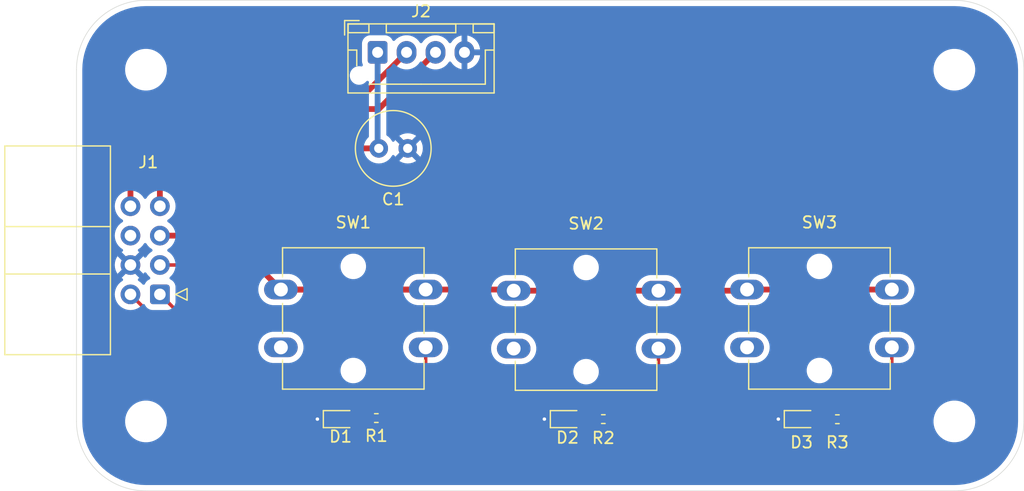
<source format=kicad_pcb>
(kicad_pcb (version 20240108) (generator "pcbnew") (generator_version "8.0")
  (layers (0 "F.Cu" signal) (31 "B.Cu" power) (34 "B.Paste" user) (35 "F.Paste" user) (36 "B.SilkS" user "B.Silkscreen") (37 "F.SilkS" user "F.Silkscreen") (38 "B.Mask" user) (39 "F.Mask" user) (44 "Edge.Cuts" user))
  (net 0 "")
  (net 1 "+5V")
  (net 2 "GND")
  (net 3 "Net-(D1-A)")
  (net 4 "Net-(D2-A)")
  (net 5 "Net-(D3-A)")
  (net 6 "PB_1")
  (net 7 "PB_3")
  (net 9 "PB_2")
  (net 10 "I2C_SCL")
  (net 11 "I2C_SDA")
  (footprint "MountingHole:MountingHole_3.2mm_M3" (layer "F.Cu") (at 189.4 95.8)
    (property "Reference" "H3" (hide yes))
    (property "Value" "MountingHole")
    (pad "" np_thru_hole circle (at 0 0) (size 3.2 3.2) (drill 3.2) (layers "*.Cu" "*.Mask"))
  )
  (footprint "MountingHole:MountingHole_3.2mm_M3" (layer "F.Cu") (at 119.6 65.4)
    (property "Reference" "H1" (hide yes))
    (property "Value" "MountingHole")
    (pad "" np_thru_hole circle (at 0 0) (size 3.2 3.2) (drill 3.2) (layers "*.Cu" "*.Mask"))
  )
  (footprint "Capacitor_THT:C_Radial_D6.3mm_H11.0mm_P2.50mm" (layer "F.Cu") (at 142.2 72.2 180)
    (property "Reference" "C1" (at 1.25 -4.4 0) (layer "F.SilkS"))
    (property "Value" "100u")
    (fp_circle (center 1.25 0) (end 4.52 0) (stroke (width 0.12)) (fill none) (layer "F.SilkS"))
    (pad "1" thru_hole circle (at 0 0 180) (size 1.6 1.6) (drill 0.8) (layers "*.Cu" "*.Mask") (net 2 "GND"))
    (pad "2" thru_hole circle (at 2.5 0 180) (size 1.6 1.6) (drill 0.8) (layers "*.Cu" "*.Mask") (net 1 "+5V"))
  )
  (footprint "Button_Switch_THT:SW_SPST_Omron_B3F-40xx" (layer "F.Cu") (at 171.5 84.4)
    (property "Reference" "SW3" (at 6.25 -5.8 0) (layer "F.SilkS"))
    (property "Value" "PB_3")
    (fp_line (start 0.14 -3.61) (end 0.14 -1.1) (stroke (width 0.12)) (layer "F.SilkS"))
    (fp_line (start 0.14 -3.61) (end 12.36 -3.61) (stroke (width 0.12)) (layer "F.SilkS"))
    (fp_line (start 0.14 1.2) (end 0.14 3.8) (stroke (width 0.12)) (layer "F.SilkS"))
    (fp_line (start 0.14 6.1) (end 0.14 8.61) (stroke (width 0.12)) (layer "F.SilkS"))
    (fp_line (start 12.36 -3.61) (end 12.36 -1.1) (stroke (width 0.12)) (layer "F.SilkS"))
    (fp_line (start 12.36 1.2) (end 12.36 3.8) (stroke (width 0.12)) (layer "F.SilkS"))
    (fp_line (start 12.36 6.1) (end 12.36 8.61) (stroke (width 0.12)) (layer "F.SilkS"))
    (fp_line (start 12.36 8.61) (end 0.14 8.61) (stroke (width 0.12)) (layer "F.SilkS"))
    (pad "" np_thru_hole circle (at 6.25 -2) (size 1.8 1.8) (drill 1.8) (layers "F&B.Cu" "*.Mask"))
    (pad "" np_thru_hole circle (at 6.25 7) (size 1.8 1.8) (drill 1.8) (layers "F&B.Cu" "*.Mask"))
    (pad "1" thru_hole oval (at 0 0) (size 2.9 1.7) (drill 1.2) (layers "*.Cu" "*.Mask") (net 1 "+5V"))
    (pad "1" thru_hole oval (at 12.5 0) (size 2.9 1.7) (drill 1.2) (layers "*.Cu" "*.Mask") (net 1 "+5V"))
    (pad "2" thru_hole oval (at 0 5) (size 2.9 1.7) (drill 1.2) (layers "*.Cu" "*.Mask") (net 7 "PB_3"))
    (pad "2" thru_hole oval (at 12.5 5) (size 2.9 1.7) (drill 1.2) (layers "*.Cu" "*.Mask") (net 7 "PB_3"))
  )
  (footprint "Connector_IDC:IDC-Header_2x04_P2.54mm_Horizontal" (layer "F.Cu") (at 120.8 84.82 180)
    (property "Reference" "J1" (at 1 11.42 0) (layer "F.SilkS"))
    (property "Value" "IDC 2x4")
    (fp_line (start 13.39 12.83) (end 4.27 12.83) (stroke (width 0.12)) (layer "F.SilkS"))
    (fp_line (start 13.39 -5.21) (end 13.39 12.83) (stroke (width 0.12)) (layer "F.SilkS"))
    (fp_line (start 4.27 12.83) (end 4.27 -5.21) (stroke (width 0.12)) (layer "F.SilkS"))
    (fp_line (start 4.27 5.86) (end 13.39 5.86) (stroke (width 0.12)) (layer "F.SilkS"))
    (fp_line (start 4.27 1.76) (end 13.39 1.76) (stroke (width 0.12)) (layer "F.SilkS"))
    (fp_line (start 4.27 -5.21) (end 13.39 -5.21) (stroke (width 0.12)) (layer "F.SilkS"))
    (fp_line (start -1.35 0) (end -2.35 -0.5) (stroke (width 0.12)) (layer "F.SilkS"))
    (fp_line (start -2.35 0.5) (end -1.35 0) (stroke (width 0.12)) (layer "F.SilkS"))
    (fp_line (start -2.35 -0.5) (end -2.35 0.5) (stroke (width 0.12)) (layer "F.SilkS"))
    (pad "1" thru_hole roundrect (at 0 0 180) (size 1.7 1.7) (drill 1) (layers "*.Cu" "*.Mask") (roundrect_rratio 0.147059) (net 6 "PB_1"))
    (pad "2" thru_hole circle (at 2.54 0 180) (size 1.7 1.7) (drill 1) (layers "*.Cu" "*.Mask") (net 9 "PB_2"))
    (pad "3" thru_hole circle (at 0 2.54 180) (size 1.7 1.7) (drill 1) (layers "*.Cu" "*.Mask") (net 7 "PB_3"))
    (pad "4" thru_hole circle (at 2.54 2.54 180) (size 1.7 1.7) (drill 1) (layers "*.Cu" "*.Mask") (net 2 "GND"))
    (pad "5" thru_hole circle (at 0 5.08 180) (size 1.7 1.7) (drill 1) (layers "*.Cu" "*.Mask") (net 1 "+5V"))
    (pad "6" thru_hole circle (at 2.54 5.08 180) (size 1.7 1.7) (drill 1) (layers "*.Cu" "*.Mask"))
    (pad "7" thru_hole circle (at 0 7.62 180) (size 1.7 1.7) (drill 1) (layers "*.Cu" "*.Mask") (net 11 "I2C_SDA"))
    (pad "8" thru_hole circle (at 2.54 7.62 180) (size 1.7 1.7) (drill 1) (layers "*.Cu" "*.Mask") (net 10 "I2C_SCL"))
  )
  (footprint "MountingHole:MountingHole_3.2mm_M3" (layer "F.Cu") (at 119.6 95.8)
    (property "Reference" "H4" (hide yes))
    (property "Value" "MountingHole")
    (pad "" np_thru_hole circle (at 0 0) (size 3.2 3.2) (drill 3.2) (layers "*.Cu" "*.Mask"))
  )
  (footprint "Connector_JST:JST_XH_B4B-XH-AM_1x04_P2.50mm_Vertical" (layer "F.Cu") (at 139.6 63.9)
    (property "Reference" "J2" (at 3.75 -3.55 0) (layer "F.SilkS"))
    (property "Value" "OLED LCD")
    (fp_line (start -2.85 -2.75) (end -2.85 -1.5) (stroke (width 0.12)) (layer "F.SilkS"))
    (fp_line (start -2.56 -2.46) (end -2.56 3.51) (stroke (width 0.12)) (layer "F.SilkS"))
    (fp_line (start -2.56 3.51) (end 10.06 3.51) (stroke (width 0.12)) (layer "F.SilkS"))
    (fp_line (start -2.55 -2.45) (end -2.55 -1.7) (stroke (width 0.12)) (layer "F.SilkS"))
    (fp_line (start -2.55 -1.7) (end -0.75 -1.7) (stroke (width 0.12)) (layer "F.SilkS"))
    (fp_line (start -2.55 -0.2) (end -1.8 -0.2) (stroke (width 0.12)) (layer "F.SilkS"))
    (fp_line (start -1.8 -0.2) (end -1.8 1.14) (stroke (width 0.12)) (layer "F.SilkS"))
    (fp_line (start -1.6 -2.75) (end -2.85 -2.75) (stroke (width 0.12)) (layer "F.SilkS"))
    (fp_line (start -0.75 -2.45) (end -2.55 -2.45) (stroke (width 0.12)) (layer "F.SilkS"))
    (fp_line (start -0.75 -1.7) (end -0.75 -2.45) (stroke (width 0.12)) (layer "F.SilkS"))
    (fp_line (start 0.75 -2.45) (end 0.75 -1.7) (stroke (width 0.12)) (layer "F.SilkS"))
    (fp_line (start 0.75 -1.7) (end 6.75 -1.7) (stroke (width 0.12)) (layer "F.SilkS"))
    (fp_line (start 3.75 2.75) (end -0.74 2.75) (stroke (width 0.12)) (layer "F.SilkS"))
    (fp_line (start 6.75 -2.45) (end 0.75 -2.45) (stroke (width 0.12)) (layer "F.SilkS"))
    (fp_line (start 6.75 -1.7) (end 6.75 -2.45) (stroke (width 0.12)) (layer "F.SilkS"))
    (fp_line (start 8.25 -2.45) (end 8.25 -1.7) (stroke (width 0.12)) (layer "F.SilkS"))
    (fp_line (start 8.25 -1.7) (end 10.05 -1.7) (stroke (width 0.12)) (layer "F.SilkS"))
    (fp_line (start 9.3 -0.2) (end 9.3 2.75) (stroke (width 0.12)) (layer "F.SilkS"))
    (fp_line (start 9.3 2.75) (end 3.75 2.75) (stroke (width 0.12)) (layer "F.SilkS"))
    (fp_line (start 10.05 -2.45) (end 8.25 -2.45) (stroke (width 0.12)) (layer "F.SilkS"))
    (fp_line (start 10.05 -1.7) (end 10.05 -2.45) (stroke (width 0.12)) (layer "F.SilkS"))
    (fp_line (start 10.05 -0.2) (end 9.3 -0.2) (stroke (width 0.12)) (layer "F.SilkS"))
    (fp_line (start 10.06 -2.46) (end -2.56 -2.46) (stroke (width 0.12)) (layer "F.SilkS"))
    (fp_line (start 10.06 3.51) (end 10.06 -2.46) (stroke (width 0.12)) (layer "F.SilkS"))
    (pad "" np_thru_hole circle (at -1.6 2) (size 1.2 1.2) (drill 1.2) (layers "*.Cu" "*.Mask"))
    (pad "1" thru_hole roundrect (at 0 0) (size 1.7 1.95) (drill 0.95) (layers "*.Cu" "*.Mask") (roundrect_rratio 0.147059) (net 1 "+5V"))
    (pad "2" thru_hole oval (at 2.5 0) (size 1.7 1.95) (drill 0.95) (layers "*.Cu" "*.Mask") (net 10 "I2C_SCL"))
    (pad "3" thru_hole oval (at 5 0) (size 1.7 1.95) (drill 0.95) (layers "*.Cu" "*.Mask") (net 11 "I2C_SDA"))
    (pad "4" thru_hole oval (at 7.5 0) (size 1.7 1.95) (drill 0.95) (layers "*.Cu" "*.Mask") (net 2 "GND"))
  )
  (footprint "Resistor_SMD:R_0402_1005Metric" (layer "F.Cu") (at 159.09 95.6 180)
    (property "Reference" "R2" (at 0 -1.63 0) (layer "F.SilkS"))
    (property "Value" "5k")
    (fp_line (start -0.153641 0.38) (end 0.153641 0.38) (stroke (width 0.12)) (layer "F.SilkS"))
    (fp_line (start -0.153641 -0.38) (end 0.153641 -0.38) (stroke (width 0.12)) (layer "F.SilkS"))
    (pad "1" smd roundrect (at -0.51 0 180) (size 0.54 0.64) (layers "F.Cu" "F.Paste" "F.Mask") (net 9 "PB_2"))
    (pad "2" smd roundrect (at 0.51 0 180) (size 0.54 0.64) (layers "F.Cu" "F.Paste" "F.Mask") (net 4 "Net-(D2-A)"))
  )
  (footprint "Button_Switch_THT:SW_SPST_Omron_B3F-40xx" (layer "F.Cu") (at 151.35 84.5)
    (property "Reference" "SW2" (at 6.25 -5.8 0) (layer "F.SilkS"))
    (property "Value" "PB_2")
    (fp_line (start 0.14 -3.61) (end 0.14 -1.1) (stroke (width 0.12)) (layer "F.SilkS"))
    (fp_line (start 0.14 -3.61) (end 12.36 -3.61) (stroke (width 0.12)) (layer "F.SilkS"))
    (fp_line (start 0.14 1.2) (end 0.14 3.8) (stroke (width 0.12)) (layer "F.SilkS"))
    (fp_line (start 0.14 6.1) (end 0.14 8.61) (stroke (width 0.12)) (layer "F.SilkS"))
    (fp_line (start 12.36 -3.61) (end 12.36 -1.1) (stroke (width 0.12)) (layer "F.SilkS"))
    (fp_line (start 12.36 1.2) (end 12.36 3.8) (stroke (width 0.12)) (layer "F.SilkS"))
    (fp_line (start 12.36 6.1) (end 12.36 8.61) (stroke (width 0.12)) (layer "F.SilkS"))
    (fp_line (start 12.36 8.61) (end 0.14 8.61) (stroke (width 0.12)) (layer "F.SilkS"))
    (pad "" np_thru_hole circle (at 6.25 -2) (size 1.8 1.8) (drill 1.8) (layers "F&B.Cu" "*.Mask"))
    (pad "" np_thru_hole circle (at 6.25 7) (size 1.8 1.8) (drill 1.8) (layers "F&B.Cu" "*.Mask"))
    (pad "1" thru_hole oval (at 0 0) (size 2.9 1.7) (drill 1.2) (layers "*.Cu" "*.Mask") (net 1 "+5V"))
    (pad "1" thru_hole oval (at 12.5 0) (size 2.9 1.7) (drill 1.2) (layers "*.Cu" "*.Mask") (net 1 "+5V"))
    (pad "2" thru_hole oval (at 0 5) (size 2.9 1.7) (drill 1.2) (layers "*.Cu" "*.Mask") (net 9 "PB_2"))
    (pad "2" thru_hole oval (at 12.5 5) (size 2.9 1.7) (drill 1.2) (layers "*.Cu" "*.Mask") (net 9 "PB_2"))
  )
  (footprint "MountingHole:MountingHole_3.2mm_M3" (layer "F.Cu") (at 189.4 65.4)
    (property "Reference" "H2" (hide yes))
    (property "Value" "MountingHole")
    (pad "" np_thru_hole circle (at 0 0) (size 3.2 3.2) (drill 3.2) (layers "*.Cu" "*.Mask"))
  )
  (footprint "LED_SMD:LED_0603_1608Metric" (layer "F.Cu") (at 176.2 95.6)
    (property "Reference" "D3" (at 0.0075 2.01 0) (layer "F.SilkS"))
    (property "Value" "LED")
    (fp_line (start -1.485 -0.735) (end -1.485 0.735) (stroke (width 0.12)) (layer "F.SilkS"))
    (fp_line (start -1.485 0.735) (end 0.8 0.735) (stroke (width 0.12)) (layer "F.SilkS"))
    (fp_line (start 0.8 -0.735) (end -1.485 -0.735) (stroke (width 0.12)) (layer "F.SilkS"))
    (pad "1" smd roundrect (at -0.7875 0) (size 0.875 0.95) (layers "F.Cu" "F.Paste" "F.Mask") (net 2 "GND"))
    (pad "2" smd roundrect (at 0.7875 0) (size 0.875 0.95) (layers "F.Cu" "F.Paste" "F.Mask") (net 5 "Net-(D3-A)"))
  )
  (footprint "Resistor_SMD:R_0402_1005Metric" (layer "F.Cu") (at 139.49 95.51 180)
    (property "Reference" "R1" (at 0 -1.54 0) (layer "F.SilkS"))
    (property "Value" "5k")
    (fp_line (start -0.153641 0.38) (end 0.153641 0.38) (stroke (width 0.12)) (layer "F.SilkS"))
    (fp_line (start -0.153641 -0.38) (end 0.153641 -0.38) (stroke (width 0.12)) (layer "F.SilkS"))
    (pad "1" smd roundrect (at -0.51 0 180) (size 0.54 0.64) (layers "F.Cu" "F.Paste" "F.Mask") (net 6 "PB_1"))
    (pad "2" smd roundrect (at 0.51 0 180) (size 0.54 0.64) (layers "F.Cu" "F.Paste" "F.Mask") (net 3 "Net-(D1-A)"))
  )
  (footprint "Button_Switch_THT:SW_SPST_Omron_B3F-40xx" (layer "F.Cu") (at 131.25 84.4)
    (property "Reference" "SW1" (at 6.25 -5.8 0) (layer "F.SilkS"))
    (property "Value" "PB_1")
    (fp_line (start 0.14 -3.61) (end 0.14 -1.1) (stroke (width 0.12)) (layer "F.SilkS"))
    (fp_line (start 0.14 -3.61) (end 12.36 -3.61) (stroke (width 0.12)) (layer "F.SilkS"))
    (fp_line (start 0.14 1.2) (end 0.14 3.8) (stroke (width 0.12)) (layer "F.SilkS"))
    (fp_line (start 0.14 6.1) (end 0.14 8.61) (stroke (width 0.12)) (layer "F.SilkS"))
    (fp_line (start 12.36 -3.61) (end 12.36 -1.1) (stroke (width 0.12)) (layer "F.SilkS"))
    (fp_line (start 12.36 1.2) (end 12.36 3.8) (stroke (width 0.12)) (layer "F.SilkS"))
    (fp_line (start 12.36 6.1) (end 12.36 8.61) (stroke (width 0.12)) (layer "F.SilkS"))
    (fp_line (start 12.36 8.61) (end 0.14 8.61) (stroke (width 0.12)) (layer "F.SilkS"))
    (pad "" np_thru_hole circle (at 6.25 -2) (size 1.8 1.8) (drill 1.8) (layers "F&B.Cu" "*.Mask"))
    (pad "" np_thru_hole circle (at 6.25 7) (size 1.8 1.8) (drill 1.8) (layers "F&B.Cu" "*.Mask"))
    (pad "1" thru_hole oval (at 0 0) (size 2.9 1.7) (drill 1.2) (layers "*.Cu" "*.Mask") (net 1 "+5V"))
    (pad "1" thru_hole oval (at 12.5 0) (size 2.9 1.7) (drill 1.2) (layers "*.Cu" "*.Mask") (net 1 "+5V"))
    (pad "2" thru_hole oval (at 0 5) (size 2.9 1.7) (drill 1.2) (layers "*.Cu" "*.Mask") (net 6 "PB_1"))
    (pad "2" thru_hole oval (at 12.5 5) (size 2.9 1.7) (drill 1.2) (layers "*.Cu" "*.Mask") (net 6 "PB_1"))
  )
  (footprint "LED_SMD:LED_0603_1608Metric" (layer "F.Cu") (at 136.4 95.6)
    (property "Reference" "D1" (at 0 1.51 0) (layer "F.SilkS"))
    (property "Value" "LED")
    (fp_line (start -1.485 -0.735) (end -1.485 0.735) (stroke (width 0.12)) (layer "F.SilkS"))
    (fp_line (start -1.485 0.735) (end 0.8 0.735) (stroke (width 0.12)) (layer "F.SilkS"))
    (fp_line (start 0.8 -0.735) (end -1.485 -0.735) (stroke (width 0.12)) (layer "F.SilkS"))
    (pad "1" smd roundrect (at -0.7875 0) (size 0.875 0.95) (layers "F.Cu" "F.Paste" "F.Mask") (net 2 "GND"))
    (pad "2" smd roundrect (at 0.7875 0) (size 0.875 0.95) (layers "F.Cu" "F.Paste" "F.Mask") (net 3 "Net-(D1-A)"))
  )
  (footprint "Resistor_SMD:R_0402_1005Metric" (layer "F.Cu") (at 179.2975 95.61 180)
    (property "Reference" "R3" (at 0 -2 0) (layer "F.SilkS"))
    (property "Value" "5k")
    (fp_line (start -0.153641 0.38) (end 0.153641 0.38) (stroke (width 0.12)) (layer "F.SilkS"))
    (fp_line (start -0.153641 -0.38) (end 0.153641 -0.38) (stroke (width 0.12)) (layer "F.SilkS"))
    (pad "1" smd roundrect (at -0.51 0 180) (size 0.54 0.64) (layers "F.Cu" "F.Paste" "F.Mask") (net 7 "PB_3"))
    (pad "2" smd roundrect (at 0.51 0 180) (size 0.54 0.64) (layers "F.Cu" "F.Paste" "F.Mask") (net 5 "Net-(D3-A)"))
  )
  (footprint "LED_SMD:LED_0603_1608Metric" (layer "F.Cu") (at 156 95.6)
    (property "Reference" "D2" (at 0 1.6 0) (layer "F.SilkS"))
    (property "Value" "LED")
    (fp_line (start -1.485 -0.735) (end -1.485 0.735) (stroke (width 0.12)) (layer "F.SilkS"))
    (fp_line (start -1.485 0.735) (end 0.8 0.735) (stroke (width 0.12)) (layer "F.SilkS"))
    (fp_line (start 0.8 -0.735) (end -1.485 -0.735) (stroke (width 0.12)) (layer "F.SilkS"))
    (pad "1" smd roundrect (at -0.7875 0) (size 0.875 0.95) (layers "F.Cu" "F.Paste" "F.Mask") (net 2 "GND"))
    (pad "2" smd roundrect (at 0.7875 0) (size 0.875 0.95) (layers "F.Cu" "F.Paste" "F.Mask") (net 4 "Net-(D2-A)"))
  )
  (gr_arc (start 195.4 95.8) (mid 193.642641 100.042641) (end 189.4 101.8) (stroke (width 0.05)) (layer "Edge.Cuts"))
  (gr_line (start 189.4 101.8) (end 119.6 101.8) (stroke (width 0.05)) (layer "Edge.Cuts"))
  (gr_arc (start 113.6 65.4) (mid 115.357359 61.157359) (end 119.6 59.4) (stroke (width 0.05)) (layer "Edge.Cuts"))
  (gr_line (start 113.6 95.8) (end 113.6 65.4) (stroke (width 0.05)) (layer "Edge.Cuts"))
  (gr_arc (start 189.4 59.4) (mid 193.642641 61.157359) (end 195.4 65.4) (stroke (width 0.05)) (layer "Edge.Cuts"))
  (gr_arc (start 119.6 101.8) (mid 115.357359 100.042641) (end 113.6 95.8) (stroke (width 0.05)) (layer "Edge.Cuts"))
  (gr_line (start 119.6 59.4) (end 189.4 59.4) (stroke (width 0.05)) (layer "Edge.Cuts"))
  (gr_line (start 195.4 65.4) (end 195.4 95.8) (stroke (width 0.05)) (layer "Edge.Cuts"))
  (segment (start 136.4 72.2) (end 139.7 72.2) (width 0.5) (layer "F.Cu") (net 1))
  (segment (start 171.4 84.5) (end 171.5 84.4) (width 0.5) (layer "F.Cu") (net 1))
  (segment (start 171.5 84.4) (end 184 84.4) (width 0.5) (layer "F.Cu") (net 1))
  (segment (start 131.25 84.4) (end 151.25 84.4) (width 0.5) (layer "F.Cu") (net 1))
  (segment (start 163.85 84.5) (end 171.4 84.5) (width 0.5) (layer "F.Cu") (net 1))
  (segment (start 151.25 84.4) (end 151.35 84.5) (width 0.5) (layer "F.Cu") (net 1))
  (segment (start 120.8 79.74) (end 126.59 79.74) (width 0.5) (layer "F.Cu") (net 1))
  (segment (start 126.59 79.74) (end 131.25 84.4) (width 0.5) (layer "F.Cu") (net 1))
  (segment (start 131.25 84.4) (end 143.75 84.4) (width 0.5) (layer "F.Cu") (net 1))
  (segment (start 128.86 79.74) (end 136.4 72.2) (width 0.5) (layer "F.Cu") (net 1))
  (segment (start 126.59 79.74) (end 128.86 79.74) (width 0.5) (layer "F.Cu") (net 1))
  (segment (start 151.35 84.5) (end 163.85 84.5) (width 0.5) (layer "F.Cu") (net 1))
  (segment (start 139.6 63.9) (end 139.6 72.1) (width 0.5) (layer "B.Cu") (net 1))
  (segment (start 139.6 72.1) (end 139.7 72.2) (width 0.5) (layer "B.Cu") (net 1))
  (segment (start 175.4125 95.6) (end 174.2 95.6) (width 0.5) (layer "F.Cu") (net 2))
  (segment (start 155.2125 95.6) (end 154 95.6) (width 0.5) (layer "F.Cu") (net 2))
  (segment (start 135.6125 95.6) (end 134.4 95.6) (width 0.5) (layer "F.Cu") (net 2))
  (via (at 174.2 95.6) (size 0.6) (drill 0.3) (layers "F.Cu" "B.Cu") (net 2))
  (via (at 154 95.6) (size 0.6) (drill 0.3) (layers "F.Cu" "B.Cu") (net 2))
  (via (at 134.4 95.6) (size 0.6) (drill 0.3) (layers "F.Cu" "B.Cu") (net 2))
  (segment (start 137.2775 95.51) (end 137.1875 95.6) (width 0.3) (layer "F.Cu") (net 3))
  (segment (start 138.98 95.51) (end 137.2775 95.51) (width 0.3) (layer "F.Cu") (net 3))
  (segment (start 158.58 95.6) (end 156.7875 95.6) (width 0.3) (layer "F.Cu") (net 4))
  (segment (start 178.7875 95.61) (end 176.9975 95.61) (width 0.3) (layer "F.Cu") (net 5))
  (segment (start 176.9975 95.61) (end 176.9875 95.6) (width 0.3) (layer "F.Cu") (net 5))
  (segment (start 143.75 89.4) (end 143.75 91.76) (width 0.3) (layer "F.Cu") (net 6))
  (segment (start 120.8 84.82) (end 120.82 84.82) (width 0.3) (layer "F.Cu") (net 6))
  (segment (start 120.82 84.82) (end 133.4 97.4) (width 0.3) (layer "F.Cu") (net 6))
  (segment (start 138.11 97.4) (end 140 95.51) (width 0.3) (layer "F.Cu") (net 6))
  (segment (start 133.4 97.4) (end 138.11 97.4) (width 0.3) (layer "F.Cu") (net 6))
  (segment (start 143.75 91.76) (end 140 95.51) (width 0.3) (layer "F.Cu") (net 6))
  (segment (start 124.08 82.28) (end 120.8 82.28) (width 0.3) (layer "F.Cu") (net 7))
  (segment (start 128.8 87) (end 124.08 82.28) (width 0.3) (layer "F.Cu") (net 7))
  (segment (start 179 94) (end 171.8 94) (width 0.3) (layer "F.Cu") (net 7))
  (segment (start 184 89.4) (end 184 91.4175) (width 0.3) (layer "F.Cu") (net 7))
  (segment (start 164.8 87) (end 128.8 87) (width 0.3) (layer "F.Cu") (net 7))
  (segment (start 171.8 94) (end 164.8 87) (width 0.3) (layer "F.Cu") (net 7))
  (segment (start 179.8075 95.61) (end 179.8075 94.8075) (width 0.3) (layer "F.Cu") (net 7))
  (segment (start 179.8075 94.8075) (end 179 94) (width 0.3) (layer "F.Cu") (net 7))
  (segment (start 184 91.4175) (end 179.8075 95.61) (width 0.3) (layer "F.Cu") (net 7))
  (segment (start 118.26 84.82) (end 132.04 98.6) (width 0.3) (layer "F.Cu") (net 9))
  (segment (start 156.6 98.6) (end 159.6 95.6) (width 0.3) (layer "F.Cu") (net 9))
  (segment (start 163.85 91.35) (end 159.6 95.6) (width 0.3) (layer "F.Cu") (net 9))
  (segment (start 163.85 89.5) (end 163.85 91.35) (width 0.3) (layer "F.Cu") (net 9))
  (segment (start 132.04 98.6) (end 156.6 98.6) (width 0.3) (layer "F.Cu") (net 9))
  (segment (start 122.8 68) (end 118.26 72.54) (width 0.5) (layer "F.Cu") (net 10))
  (segment (start 142.1 63.9) (end 138 68) (width 0.5) (layer "F.Cu") (net 10))
  (segment (start 138 68) (end 122.8 68) (width 0.5) (layer "F.Cu") (net 10))
  (segment (start 118.26 72.54) (end 118.26 77.2) (width 0.5) (layer "F.Cu") (net 10))
  (segment (start 123.2 68.8) (end 120.8 71.2) (width 0.5) (layer "F.Cu") (net 11))
  (segment (start 120.8 71.2) (end 120.8 77.2) (width 0.5) (layer "F.Cu") (net 11))
  (segment (start 144.6 63.9) (end 139.7 68.8) (width 0.5) (layer "F.Cu") (net 11))
  (segment (start 139.7 68.8) (end 123.2 68.8) (width 0.5) (layer "F.Cu") (net 11))
  (zone (net 2) (net_name "GND") (layer "B.Cu") (connect_pads (clearance 0.5)) (min_thickness 0.25) (fill yes (thermal_gap 0.5) (thermal_bridge_width 0.5))
    (polygon (pts (xy 113.6 59.4) (xy 195.4 59.4) (xy 195.4 101.8) (xy 113.6 101.8)))
  )
)
</source>
